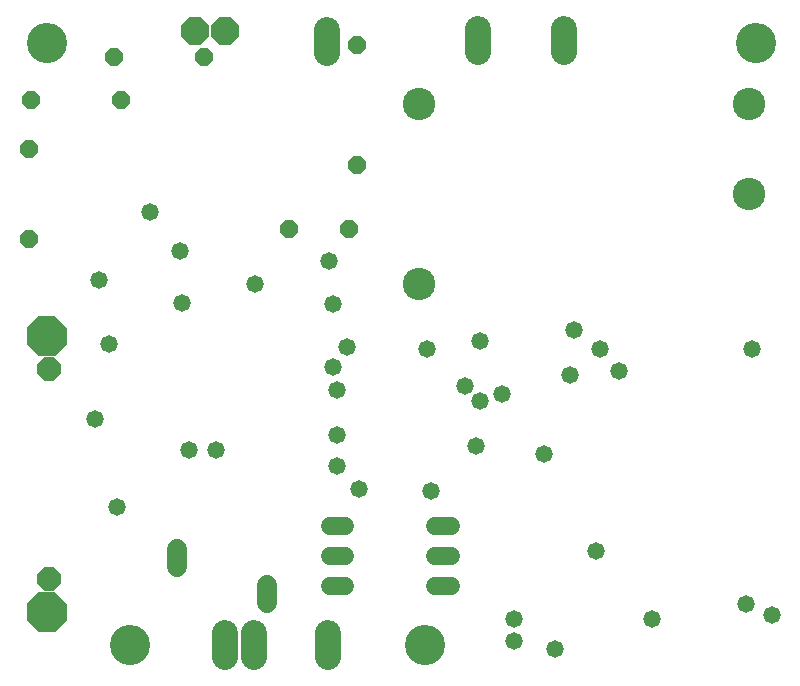
<source format=gbs>
G75*
%MOIN*%
%OFA0B0*%
%FSLAX25Y25*%
%IPPOS*%
%LPD*%
%AMOC8*
5,1,8,0,0,1.08239X$1,22.5*
%
%ADD10C,0.13398*%
%ADD11C,0.06000*%
%ADD12OC8,0.06000*%
%ADD13OC8,0.07850*%
%ADD14C,0.06800*%
%ADD15C,0.10800*%
%ADD16C,0.08600*%
%ADD17OC8,0.13200*%
%ADD18OC8,0.09300*%
%ADD19C,0.05800*%
D10*
X0040626Y0034524D03*
X0139051Y0034524D03*
X0249287Y0235311D03*
X0013067Y0235311D03*
D11*
X0107217Y0074061D02*
X0112417Y0074061D01*
X0112417Y0064061D02*
X0107217Y0064061D01*
X0107217Y0054061D02*
X0112417Y0054061D01*
X0142417Y0054061D02*
X0147617Y0054061D01*
X0147617Y0064061D02*
X0142417Y0064061D01*
X0142417Y0074061D02*
X0147617Y0074061D01*
D12*
X0113707Y0173333D03*
X0093707Y0173333D03*
X0116118Y0194661D03*
X0116118Y0234661D03*
X0065163Y0230577D03*
X0037683Y0216167D03*
X0035163Y0230577D03*
X0007683Y0216167D03*
X0006856Y0199927D03*
X0006856Y0169927D03*
D13*
X0013687Y0126384D03*
X0013687Y0056384D03*
D14*
X0056285Y0060683D02*
X0056285Y0066683D01*
X0086285Y0054683D02*
X0086285Y0048683D01*
D15*
X0136886Y0154720D03*
X0136886Y0214720D03*
X0246886Y0214720D03*
X0246886Y0184720D03*
D16*
X0185232Y0232130D02*
X0185232Y0239930D01*
X0156699Y0239930D02*
X0156699Y0232130D01*
X0106384Y0231716D02*
X0106384Y0239516D01*
X0106679Y0038433D02*
X0106679Y0030633D01*
X0082004Y0030633D02*
X0082004Y0038433D01*
X0072122Y0038433D02*
X0072122Y0030633D01*
D17*
X0013067Y0045547D03*
X0013067Y0137673D03*
D18*
X0062280Y0239248D03*
X0072122Y0239248D03*
D19*
X0047319Y0179012D03*
X0057240Y0165872D03*
X0058073Y0148520D03*
X0082309Y0154888D03*
X0106758Y0162447D03*
X0108333Y0148274D03*
X0113067Y0133736D03*
X0108136Y0127309D03*
X0109711Y0119533D03*
X0109711Y0104533D03*
X0109461Y0094371D03*
X0117004Y0086492D03*
X0140961Y0085783D03*
X0155961Y0100783D03*
X0157211Y0115783D03*
X0152211Y0120783D03*
X0164711Y0118283D03*
X0157211Y0135783D03*
X0139711Y0133283D03*
X0178461Y0098283D03*
X0187211Y0124533D03*
X0197211Y0133283D03*
X0203461Y0125783D03*
X0188461Y0139533D03*
X0247929Y0133283D03*
X0195961Y0065783D03*
X0214711Y0043283D03*
X0245961Y0048283D03*
X0254711Y0044533D03*
X0182211Y0033283D03*
X0168461Y0035783D03*
X0168461Y0043283D03*
X0069386Y0099622D03*
X0060301Y0099455D03*
X0036295Y0080587D03*
X0028943Y0110016D03*
X0033530Y0134888D03*
X0030380Y0156148D03*
M02*

</source>
